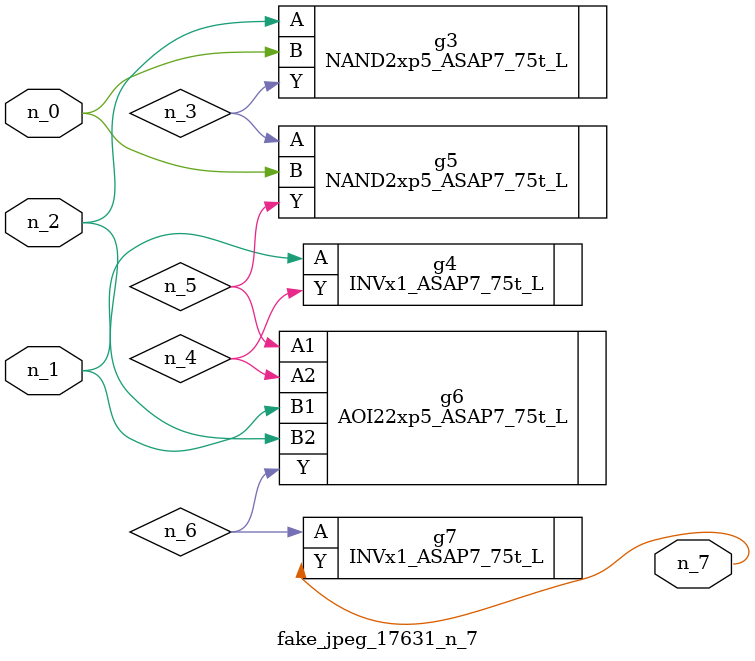
<source format=v>
module fake_jpeg_17631_n_7 (n_0, n_2, n_1, n_7);

input n_0;
input n_2;
input n_1;

output n_7;

wire n_3;
wire n_4;
wire n_6;
wire n_5;

NAND2xp5_ASAP7_75t_L g3 ( 
.A(n_2),
.B(n_0),
.Y(n_3)
);

INVx1_ASAP7_75t_L g4 ( 
.A(n_1),
.Y(n_4)
);

NAND2xp5_ASAP7_75t_L g5 ( 
.A(n_3),
.B(n_0),
.Y(n_5)
);

AOI22xp5_ASAP7_75t_L g6 ( 
.A1(n_5),
.A2(n_4),
.B1(n_1),
.B2(n_2),
.Y(n_6)
);

INVx1_ASAP7_75t_L g7 ( 
.A(n_6),
.Y(n_7)
);


endmodule
</source>
